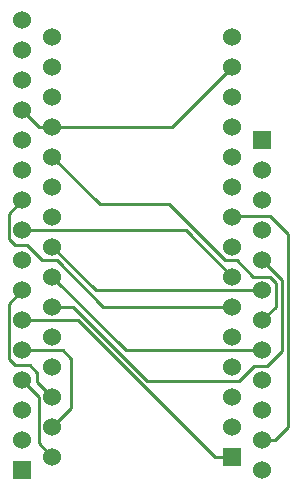
<source format=gbr>
%TF.GenerationSoftware,Altium Limited,Altium Designer,22.11.1 (43)*%
G04 Layer_Physical_Order=2*
G04 Layer_Color=16711680*
%FSLAX45Y45*%
%MOMM*%
%TF.SameCoordinates,5DEA204F-CF78-4797-B912-E701730AB70B*%
%TF.FilePolarity,Positive*%
%TF.FileFunction,Copper,L2,Bot,Signal*%
%TF.Part,Single*%
G01*
G75*
%TA.AperFunction,Conductor*%
%ADD10C,0.25400*%
%TA.AperFunction,ComponentPad*%
%ADD11R,1.52400X1.52400*%
%ADD12C,1.52400*%
%ADD13R,1.53000X1.53000*%
%ADD14C,1.53000*%
D10*
X9664700Y8178800D02*
X9842500D01*
X10469880Y7551420D01*
X11247120D01*
X11369040Y7673340D01*
X11480800D01*
X11608105Y7800645D01*
Y8407095D01*
X11442700Y8572500D02*
X11608105Y8407095D01*
X9550400Y9702800D02*
X9664700D01*
X9410700Y9842500D02*
X9550400Y9702800D01*
X10033000Y8318500D02*
X11442700D01*
X9664700Y8686800D02*
X10033000Y8318500D01*
X9664700Y9448800D02*
X10066020Y9047480D01*
X10650220D01*
X11125200Y8572500D01*
X11226800D01*
X11366195Y8433105D01*
X11506200D01*
X11557305Y8382000D01*
Y8179105D02*
Y8382000D01*
X11442700Y8064500D02*
X11557305Y8179105D01*
X9410700Y8826500D02*
X10795000D01*
X11188700Y8432800D01*
X11442700Y7048500D02*
X11546840D01*
X11658905Y7160565D01*
Y8790635D01*
X11506200Y8943340D02*
X11658905Y8790635D01*
X11191240Y8943340D02*
X11506200D01*
X11188700Y8940800D02*
X11191240Y8943340D01*
X9410700Y7556500D02*
X9550400Y7416800D01*
Y7023100D02*
Y7416800D01*
Y7023100D02*
X9664700Y6908800D01*
X9410700Y7810500D02*
X9753600D01*
X9824720Y7739380D01*
Y7322820D02*
Y7739380D01*
X9664700Y7162800D02*
X9824720Y7322820D01*
X11038840Y6908800D02*
X11188700D01*
X9883140Y8064500D02*
X11038840Y6908800D01*
X9410700Y8064500D02*
X9883140D01*
X10287000Y7810500D02*
X11442700D01*
X9664700Y8432800D02*
X10287000Y7810500D01*
X9537700Y7543800D02*
X9664700Y7416800D01*
X9537700Y7543800D02*
Y7620000D01*
X9474200Y7683500D02*
X9537700Y7620000D01*
X9347200Y7683500D02*
X9474200D01*
X9293860Y7736840D02*
X9347200Y7683500D01*
X9293860Y7736840D02*
Y8201660D01*
X9410700Y8318500D01*
X10096500Y8178800D02*
X11188700D01*
X9702800Y8572500D02*
X10096500Y8178800D01*
X9575800Y8572500D02*
X9702800D01*
X9448800Y8699500D02*
X9575800Y8572500D01*
X9347200Y8699500D02*
X9448800D01*
X9293860Y8752840D02*
X9347200Y8699500D01*
X9293860Y8752840D02*
Y8963660D01*
X9410700Y9080500D01*
X10680700Y9702800D02*
X11188700Y10210800D01*
X9664700Y9702800D02*
X10680700D01*
D11*
X11188700Y6908800D02*
D03*
D12*
Y7162800D02*
D03*
Y7416800D02*
D03*
Y7670800D02*
D03*
Y7924800D02*
D03*
Y8178800D02*
D03*
Y8432800D02*
D03*
Y8686800D02*
D03*
Y8940800D02*
D03*
Y9194800D02*
D03*
Y9448800D02*
D03*
Y9702800D02*
D03*
Y9956800D02*
D03*
Y10210800D02*
D03*
Y10464800D02*
D03*
X9664700D02*
D03*
Y10210800D02*
D03*
Y9956800D02*
D03*
Y9702800D02*
D03*
Y9448800D02*
D03*
Y9194800D02*
D03*
Y8940800D02*
D03*
Y8686800D02*
D03*
Y8432800D02*
D03*
Y8178800D02*
D03*
Y7924800D02*
D03*
Y7670800D02*
D03*
Y7416800D02*
D03*
Y7162800D02*
D03*
Y6908800D02*
D03*
D13*
X9410700Y6794500D02*
D03*
X11442700Y9588500D02*
D03*
D14*
Y9334500D02*
D03*
Y9080500D02*
D03*
Y8826500D02*
D03*
Y8572500D02*
D03*
Y8318500D02*
D03*
Y8064500D02*
D03*
Y7810500D02*
D03*
Y7556500D02*
D03*
Y7302500D02*
D03*
Y7048500D02*
D03*
Y6794500D02*
D03*
X9410700Y7048500D02*
D03*
Y7302500D02*
D03*
Y7556500D02*
D03*
Y7810500D02*
D03*
Y8064500D02*
D03*
Y8318500D02*
D03*
Y8572500D02*
D03*
Y8826500D02*
D03*
Y9080500D02*
D03*
Y9334500D02*
D03*
Y9588500D02*
D03*
Y9842500D02*
D03*
Y10096500D02*
D03*
Y10350500D02*
D03*
Y10604500D02*
D03*
%TF.MD5,5f0c4843eb33768cb1055de3727babc3*%
M02*

</source>
